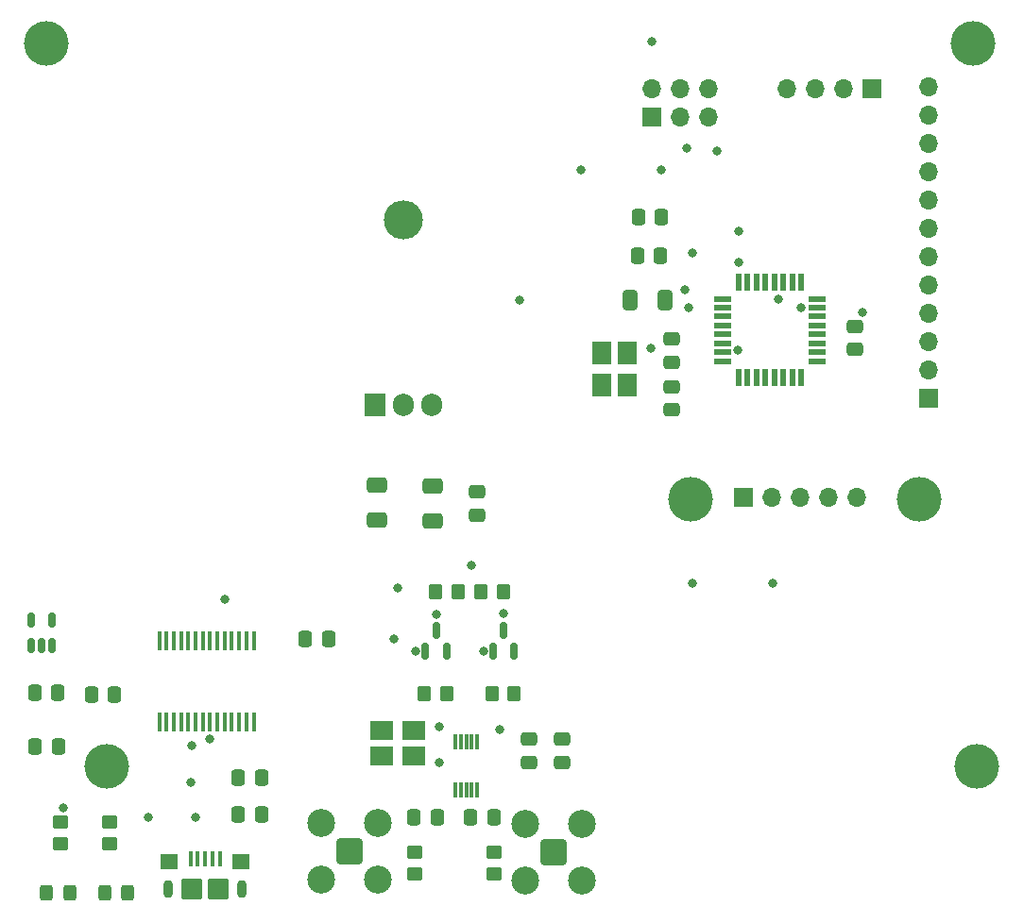
<source format=gbr>
%TF.GenerationSoftware,KiCad,Pcbnew,8.0.5-1.fc40*%
%TF.CreationDate,2024-10-13T22:43:07+02:00*%
%TF.ProjectId,sis5351a GPS controlled time base,73697335-3335-4316-9120-47505320636f,rev?*%
%TF.SameCoordinates,Original*%
%TF.FileFunction,Soldermask,Top*%
%TF.FilePolarity,Negative*%
%FSLAX46Y46*%
G04 Gerber Fmt 4.6, Leading zero omitted, Abs format (unit mm)*
G04 Created by KiCad (PCBNEW 8.0.5-1.fc40) date 2024-10-13 22:43:07*
%MOMM*%
%LPD*%
G01*
G04 APERTURE LIST*
G04 Aperture macros list*
%AMRoundRect*
0 Rectangle with rounded corners*
0 $1 Rounding radius*
0 $2 $3 $4 $5 $6 $7 $8 $9 X,Y pos of 4 corners*
0 Add a 4 corners polygon primitive as box body*
4,1,4,$2,$3,$4,$5,$6,$7,$8,$9,$2,$3,0*
0 Add four circle primitives for the rounded corners*
1,1,$1+$1,$2,$3*
1,1,$1+$1,$4,$5*
1,1,$1+$1,$6,$7*
1,1,$1+$1,$8,$9*
0 Add four rect primitives between the rounded corners*
20,1,$1+$1,$2,$3,$4,$5,0*
20,1,$1+$1,$4,$5,$6,$7,0*
20,1,$1+$1,$6,$7,$8,$9,0*
20,1,$1+$1,$8,$9,$2,$3,0*%
G04 Aperture macros list end*
%ADD10RoundRect,0.250000X-0.650000X0.412500X-0.650000X-0.412500X0.650000X-0.412500X0.650000X0.412500X0*%
%ADD11RoundRect,0.250000X-0.412500X-0.650000X0.412500X-0.650000X0.412500X0.650000X-0.412500X0.650000X0*%
%ADD12RoundRect,0.250000X-0.325000X-0.450000X0.325000X-0.450000X0.325000X0.450000X-0.325000X0.450000X0*%
%ADD13RoundRect,0.250000X0.450000X-0.350000X0.450000X0.350000X-0.450000X0.350000X-0.450000X-0.350000X0*%
%ADD14RoundRect,0.100000X-0.100000X-0.575000X0.100000X-0.575000X0.100000X0.575000X-0.100000X0.575000X0*%
%ADD15O,0.900000X1.600000*%
%ADD16RoundRect,0.250000X-0.550000X-0.450000X0.550000X-0.450000X0.550000X0.450000X-0.550000X0.450000X0*%
%ADD17RoundRect,0.250000X-0.700000X-0.700000X0.700000X-0.700000X0.700000X0.700000X-0.700000X0.700000X0*%
%ADD18RoundRect,0.250000X-0.475000X0.337500X-0.475000X-0.337500X0.475000X-0.337500X0.475000X0.337500X0*%
%ADD19RoundRect,0.250000X-0.337500X-0.475000X0.337500X-0.475000X0.337500X0.475000X-0.337500X0.475000X0*%
%ADD20R,1.600000X0.550000*%
%ADD21R,0.550000X1.600000*%
%ADD22C,4.000000*%
%ADD23RoundRect,0.250000X0.337500X0.475000X-0.337500X0.475000X-0.337500X-0.475000X0.337500X-0.475000X0*%
%ADD24R,1.700000X1.700000*%
%ADD25O,1.700000X1.700000*%
%ADD26RoundRect,0.150000X0.150000X-0.512500X0.150000X0.512500X-0.150000X0.512500X-0.150000X-0.512500X0*%
%ADD27RoundRect,0.250000X0.475000X-0.337500X0.475000X0.337500X-0.475000X0.337500X-0.475000X-0.337500X0*%
%ADD28RoundRect,0.250000X-0.350000X-0.450000X0.350000X-0.450000X0.350000X0.450000X-0.350000X0.450000X0*%
%ADD29RoundRect,0.200100X0.949900X0.949900X-0.949900X0.949900X-0.949900X-0.949900X0.949900X-0.949900X0*%
%ADD30C,2.500000*%
%ADD31RoundRect,0.250000X0.350000X0.450000X-0.350000X0.450000X-0.350000X-0.450000X0.350000X-0.450000X0*%
%ADD32R,0.300000X1.400000*%
%ADD33RoundRect,0.150000X0.150000X-0.587500X0.150000X0.587500X-0.150000X0.587500X-0.150000X-0.587500X0*%
%ADD34O,1.905000X2.000000*%
%ADD35R,1.905000X2.000000*%
%ADD36O,3.500000X3.500000*%
%ADD37R,0.450000X1.750000*%
%ADD38R,1.800000X2.100000*%
%ADD39R,2.100000X1.800000*%
%ADD40C,0.800000*%
G04 APERTURE END LIST*
D10*
%TO.C,C13*%
X163166400Y-99260300D03*
X163166400Y-102385300D03*
%TD*%
%TO.C,C12*%
X158166400Y-99222800D03*
X158166400Y-102347800D03*
%TD*%
D11*
%TO.C,C7*%
X180875000Y-82600000D03*
X184000000Y-82600000D03*
%TD*%
D12*
%TO.C,D1*%
X128600000Y-135800000D03*
X130650000Y-135800000D03*
%TD*%
D13*
%TO.C,R9*%
X168656000Y-134112000D03*
X168656000Y-132112000D03*
%TD*%
D14*
%TO.C,J1*%
X141500000Y-132725000D03*
X142150000Y-132725000D03*
X142800000Y-132725000D03*
X143450000Y-132725000D03*
X144100000Y-132725000D03*
D15*
X139500000Y-135400000D03*
D16*
X139600000Y-132950000D03*
D17*
X141600000Y-135400000D03*
X144000000Y-135400000D03*
D16*
X146000000Y-132950000D03*
D15*
X146100000Y-135400000D03*
%TD*%
D18*
%TO.C,C8*%
X201000000Y-84925000D03*
X201000000Y-87000000D03*
%TD*%
D19*
%TO.C,C5*%
X181525000Y-78600000D03*
X183600000Y-78600000D03*
%TD*%
%TO.C,C19*%
X161522500Y-129032000D03*
X163597500Y-129032000D03*
%TD*%
D20*
%TO.C,U3*%
X189171000Y-82467800D03*
X189171000Y-83267800D03*
X189171000Y-84067800D03*
X189171000Y-84867800D03*
X189171000Y-85667800D03*
X189171000Y-86467800D03*
X189171000Y-87267800D03*
X189171000Y-88067800D03*
D21*
X190621000Y-89517800D03*
X191421000Y-89517800D03*
X192221000Y-89517800D03*
X193021000Y-89517800D03*
X193821000Y-89517800D03*
X194621000Y-89517800D03*
X195421000Y-89517800D03*
X196221000Y-89517800D03*
D20*
X197671000Y-88067800D03*
X197671000Y-87267800D03*
X197671000Y-86467800D03*
X197671000Y-85667800D03*
X197671000Y-84867800D03*
X197671000Y-84067800D03*
X197671000Y-83267800D03*
X197671000Y-82467800D03*
D21*
X196221000Y-81017800D03*
X195421000Y-81017800D03*
X194621000Y-81017800D03*
X193821000Y-81017800D03*
X193021000Y-81017800D03*
X192221000Y-81017800D03*
X191421000Y-81017800D03*
X190621000Y-81017800D03*
%TD*%
D13*
%TO.C,R6*%
X134200000Y-131400000D03*
X134200000Y-129400000D03*
%TD*%
D22*
%TO.C,*%
X211600000Y-59600000D03*
%TD*%
D23*
%TO.C,C17*%
X147849500Y-128778000D03*
X145774500Y-128778000D03*
%TD*%
D24*
%TO.C,J2*%
X191030000Y-100300000D03*
D25*
X193570000Y-100300000D03*
X196110000Y-100300000D03*
X198650000Y-100300000D03*
X201190000Y-100300000D03*
%TD*%
D18*
%TO.C,C3*%
X174800000Y-122000000D03*
X174800000Y-124075000D03*
%TD*%
D26*
%TO.C,U2*%
X127200000Y-113600000D03*
X128150000Y-113600000D03*
X129100000Y-113600000D03*
X129100000Y-111325000D03*
X127200000Y-111325000D03*
%TD*%
D27*
%TO.C,C14*%
X184600000Y-92425000D03*
X184600000Y-90350000D03*
%TD*%
D22*
%TO.C,*%
X212000000Y-124400000D03*
%TD*%
D19*
%TO.C,C1*%
X127562500Y-122600000D03*
X129637500Y-122600000D03*
%TD*%
D22*
%TO.C,*%
X128600000Y-59600000D03*
%TD*%
D28*
%TO.C,R2*%
X168500000Y-117900000D03*
X170500000Y-117900000D03*
%TD*%
D18*
%TO.C,C15*%
X184600000Y-86075000D03*
X184600000Y-88150000D03*
%TD*%
D23*
%TO.C,C18*%
X168677500Y-129032000D03*
X166602500Y-129032000D03*
%TD*%
D28*
%TO.C,R1*%
X162450000Y-117900000D03*
X164450000Y-117900000D03*
%TD*%
D13*
%TO.C,R10*%
X161544000Y-134096000D03*
X161544000Y-132096000D03*
%TD*%
D28*
%TO.C,R3*%
X169550000Y-108750000D03*
X167550000Y-108750000D03*
%TD*%
D18*
%TO.C,C9*%
X167166400Y-99785300D03*
X167166400Y-101860300D03*
%TD*%
D29*
%TO.C,J7*%
X155700000Y-132050000D03*
D30*
X158240000Y-134590000D03*
X158240000Y-129510000D03*
X153160000Y-134590000D03*
X153160000Y-129510000D03*
%TD*%
D31*
%TO.C,R4*%
X163450000Y-108750000D03*
X165450000Y-108750000D03*
%TD*%
D19*
%TO.C,C10*%
X151762500Y-113000000D03*
X153837500Y-113000000D03*
%TD*%
D32*
%TO.C,U1*%
X167200600Y-122176800D03*
X166700600Y-122176800D03*
X166200600Y-122176800D03*
X165700600Y-122176800D03*
X165200600Y-122176800D03*
X165200600Y-126576800D03*
X165700600Y-126576800D03*
X166200600Y-126576800D03*
X166700600Y-126576800D03*
X167200600Y-126576800D03*
%TD*%
D22*
%TO.C,REF\u002A\u002A*%
X186315000Y-100480000D03*
X206815000Y-100480000D03*
%TD*%
D33*
%TO.C,Q2*%
X163500000Y-112225000D03*
X164450000Y-114100000D03*
X162550000Y-114100000D03*
%TD*%
D19*
%TO.C,C11*%
X132600000Y-118000000D03*
X134675000Y-118000000D03*
%TD*%
D18*
%TO.C,C4*%
X171800000Y-122000000D03*
X171800000Y-124075000D03*
%TD*%
D34*
%TO.C,U4*%
X163140000Y-92030000D03*
X160600000Y-92030000D03*
D35*
X158060000Y-92030000D03*
D36*
X160600000Y-75370000D03*
%TD*%
D19*
%TO.C,C6*%
X181612500Y-75150000D03*
X183687500Y-75150000D03*
%TD*%
D29*
%TO.C,J6*%
X174060000Y-132100000D03*
D30*
X176600000Y-134640000D03*
X176600000Y-129560000D03*
X171520000Y-134640000D03*
X171520000Y-129560000D03*
%TD*%
D37*
%TO.C,U5*%
X147150000Y-120400000D03*
X146500000Y-120400000D03*
X145850000Y-120400000D03*
X145200000Y-120400000D03*
X144550000Y-120400000D03*
X143900000Y-120400000D03*
X143250000Y-120400000D03*
X142600000Y-120400000D03*
X141950000Y-120400000D03*
X141300000Y-120400000D03*
X140650000Y-120400000D03*
X140000000Y-120400000D03*
X139350000Y-120400000D03*
X138700000Y-120400000D03*
X138700000Y-113200000D03*
X139350000Y-113200000D03*
X140000000Y-113200000D03*
X140650000Y-113200000D03*
X141300000Y-113200000D03*
X141950000Y-113200000D03*
X142600000Y-113200000D03*
X143250000Y-113200000D03*
X143900000Y-113200000D03*
X144550000Y-113200000D03*
X145200000Y-113200000D03*
X145850000Y-113200000D03*
X146500000Y-113200000D03*
X147150000Y-113200000D03*
%TD*%
D24*
%TO.C,J4*%
X182860000Y-66140000D03*
D25*
X182860000Y-63600000D03*
X185400000Y-66140000D03*
X185400000Y-63600000D03*
X187940000Y-66140000D03*
X187940000Y-63600000D03*
%TD*%
D23*
%TO.C,C16*%
X147849500Y-125476000D03*
X145774500Y-125476000D03*
%TD*%
D33*
%TO.C,Q1*%
X169550000Y-112225000D03*
X170500000Y-114100000D03*
X168600000Y-114100000D03*
%TD*%
D24*
%TO.C,J5*%
X207600000Y-91360000D03*
D25*
X207600000Y-88820000D03*
X207600000Y-86280000D03*
X207600000Y-83740000D03*
X207600000Y-81200000D03*
X207600000Y-78660000D03*
X207600000Y-76120000D03*
X207600000Y-73580000D03*
X207600000Y-71040000D03*
X207600000Y-68500000D03*
X207600000Y-65960000D03*
X207600000Y-63420000D03*
%TD*%
D19*
%TO.C,C2*%
X127525000Y-117800000D03*
X129600000Y-117800000D03*
%TD*%
D38*
%TO.C,Y2*%
X180650000Y-90200000D03*
X180650000Y-87300000D03*
X178350000Y-87300000D03*
X178350000Y-90200000D03*
%TD*%
D12*
%TO.C,D2*%
X133800000Y-135800000D03*
X135850000Y-135800000D03*
%TD*%
D22*
%TO.C,*%
X134000000Y-124400000D03*
%TD*%
D24*
%TO.C,J3*%
X202600000Y-63600000D03*
D25*
X200060000Y-63600000D03*
X197520000Y-63600000D03*
X194980000Y-63600000D03*
%TD*%
D13*
%TO.C,R5*%
X129800000Y-131400000D03*
X129800000Y-129400000D03*
%TD*%
D39*
%TO.C,Y1*%
X158600000Y-123500000D03*
X161500000Y-123500000D03*
X161500000Y-121200000D03*
X158600000Y-121200000D03*
%TD*%
D40*
X169550000Y-110700000D03*
X163500000Y-110750000D03*
X169200000Y-121149900D03*
X167800000Y-114100000D03*
X161700000Y-114100000D03*
X166698200Y-106416000D03*
X183650000Y-70900000D03*
X176450000Y-70950000D03*
X193650000Y-108000000D03*
X186100000Y-83300000D03*
X186450000Y-108000000D03*
X163750000Y-120900000D03*
X182750000Y-86900000D03*
X163750000Y-124100000D03*
X182800000Y-59400000D03*
X170992800Y-82600000D03*
X159717000Y-113000000D03*
X141900000Y-128950000D03*
X141550000Y-125900000D03*
X186000000Y-69000000D03*
X190600000Y-79200000D03*
X190600000Y-76400000D03*
X201680200Y-83708300D03*
X190573500Y-87118500D03*
X188689100Y-69201600D03*
X194184400Y-82467800D03*
X196251200Y-83267800D03*
X130096500Y-128165800D03*
X141606800Y-122574700D03*
X143248400Y-121981800D03*
X137688700Y-129010200D03*
X160064100Y-108400000D03*
X185791400Y-81629000D03*
X186515900Y-78324500D03*
X144550000Y-109450000D03*
M02*

</source>
